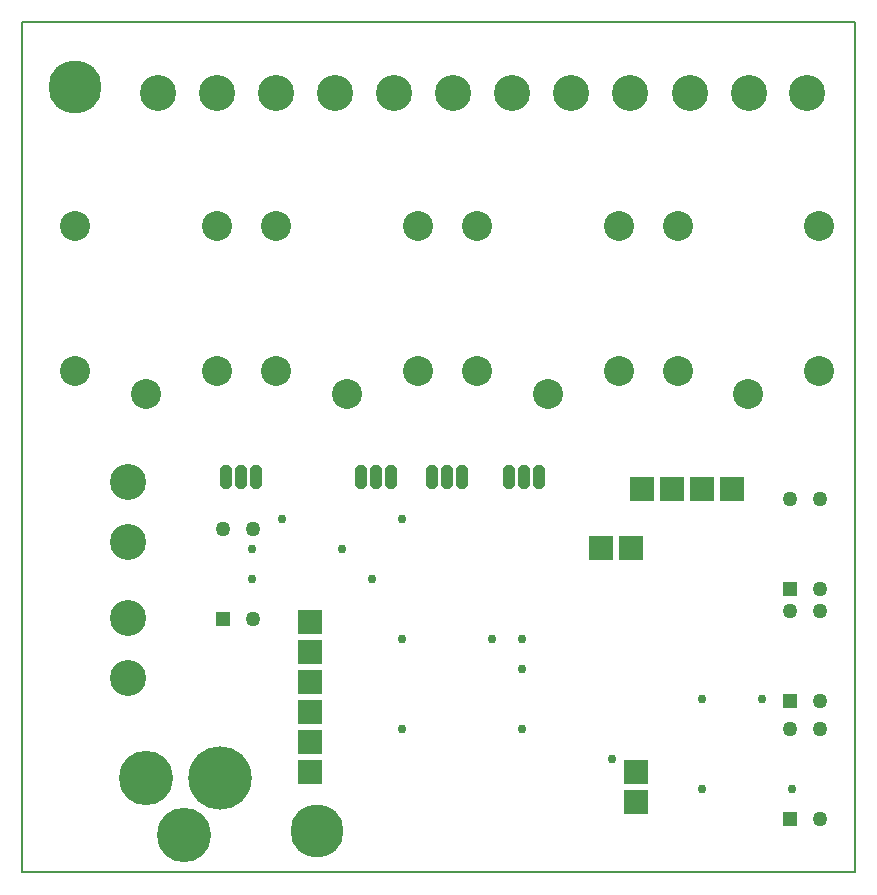
<source format=gbr>
G04 PROTEUS GERBER X2 FILE*
%TF.GenerationSoftware,Labcenter,Proteus,8.13-SP0-Build31525*%
%TF.CreationDate,2022-07-11T20:54:32+00:00*%
%TF.FileFunction,Copper,L0,Inr*%
%TF.FilePolarity,Positive*%
%TF.Part,Single*%
%TF.SameCoordinates,{67e9d6b1-9973-4f3b-b57f-a68231676cbc}*%
%FSLAX45Y45*%
%MOMM*%
G01*
%TA.AperFunction,ViaPad*%
%ADD11C,0.762000*%
%TA.AperFunction,ComponentPad*%
%ADD12C,3.048000*%
%TA.AperFunction,ComponentPad*%
%ADD17R,1.270000X1.270000*%
%ADD18C,1.270000*%
%TA.AperFunction,ComponentPad*%
%ADD19C,2.540000*%
%TA.AperFunction,ComponentPad*%
%ADD70R,2.032000X2.032000*%
%TA.AperFunction,ComponentPad*%
%ADD71C,4.600000*%
%ADD20C,5.360000*%
%AMPPAD013*
4,1,34,
0.000010,1.040000,
0.106330,1.029650,
0.204650,0.999880,
0.293070,0.952590,
0.369690,0.889690,
0.432590,0.813070,
0.479880,0.724650,
0.509650,0.626330,
0.520000,0.520010,
0.520000,-0.520010,
0.509650,-0.626330,
0.479880,-0.724650,
0.432590,-0.813070,
0.369690,-0.889690,
0.293070,-0.952590,
0.204650,-0.999880,
0.106330,-1.029650,
-0.000010,-1.040000,
-0.106330,-1.029650,
-0.204650,-0.999880,
-0.293070,-0.952590,
-0.369690,-0.889690,
-0.432590,-0.813070,
-0.479880,-0.724650,
-0.509650,-0.626330,
-0.520000,-0.520010,
-0.520000,0.520010,
-0.509650,0.626330,
-0.479880,0.724650,
-0.432590,0.813070,
-0.369690,0.889690,
-0.293070,0.952590,
-0.204650,0.999880,
-0.106330,1.029650,
0.000010,1.040000,
0*%
%ADD21PPAD013*%
%TA.AperFunction,OtherPad,Unknown*%
%ADD23C,4.500000*%
%TA.AperFunction,Profile*%
%ADD24C,0.203200*%
%TD.AperFunction*%
D11*
X+2202000Y+2996000D03*
X+3218000Y+1218000D03*
X+3218000Y+1980000D03*
X+1948000Y+2742000D03*
X+1948000Y+2488000D03*
X+4234000Y+1218000D03*
X+2710000Y+2742000D03*
X+5758000Y+710000D03*
X+3218000Y+2996000D03*
X+5758000Y+1472000D03*
X+4996000Y+964000D03*
X+6266000Y+1472000D03*
X+6520000Y+710000D03*
X+4234000Y+1726000D03*
X+4234000Y+1980000D03*
X+3980000Y+1980000D03*
X+2964000Y+2488000D03*
D12*
X+1150000Y+6600000D03*
X+1650380Y+6600000D03*
X+2150760Y+6600000D03*
X+2651140Y+6600000D03*
X+3148980Y+6600000D03*
X+3649360Y+6600000D03*
X+4149740Y+6600000D03*
X+4650120Y+6600000D03*
X+5150500Y+6600000D03*
X+5650880Y+6600000D03*
X+6151260Y+6600000D03*
X+6649100Y+6600000D03*
D17*
X+1700000Y+2150000D03*
D18*
X+1954000Y+2150000D03*
X+1954000Y+2912000D03*
X+1700000Y+2912000D03*
D17*
X+6500000Y+2400000D03*
D18*
X+6754000Y+2400000D03*
X+6754000Y+3162000D03*
X+6500000Y+3162000D03*
D17*
X+6500000Y+1450000D03*
D18*
X+6754000Y+1450000D03*
X+6754000Y+2212000D03*
X+6500000Y+2212000D03*
D17*
X+6500000Y+450000D03*
D18*
X+6754000Y+450000D03*
X+6754000Y+1212000D03*
X+6500000Y+1212000D03*
D12*
X+900000Y+2800000D03*
X+900000Y+3308000D03*
X+900000Y+1650000D03*
X+900000Y+2158000D03*
D19*
X+2150000Y+4250000D03*
X+3350000Y+4250000D03*
X+2750000Y+4050000D03*
X+2150000Y+5470000D03*
X+3350000Y+5470000D03*
X+450000Y+4250000D03*
X+1650000Y+4250000D03*
X+1050000Y+4050000D03*
X+450000Y+5470000D03*
X+1650000Y+5470000D03*
X+3850000Y+4250000D03*
X+5050000Y+4250000D03*
X+4450000Y+4050000D03*
X+3850000Y+5470000D03*
X+5050000Y+5470000D03*
X+5550000Y+4250000D03*
X+6750000Y+4250000D03*
X+6150000Y+4050000D03*
X+5550000Y+5470000D03*
X+6750000Y+5470000D03*
D70*
X+5250000Y+3250000D03*
X+5504000Y+3250000D03*
X+5758000Y+3250000D03*
X+6012000Y+3250000D03*
D71*
X+1375000Y+320000D03*
X+1050000Y+800000D03*
D20*
X+1675000Y+800000D03*
D70*
X+4900000Y+2750000D03*
X+5154000Y+2750000D03*
D21*
X+1723000Y+3350000D03*
X+1850000Y+3350000D03*
X+1977000Y+3350000D03*
X+4123000Y+3350000D03*
X+4250000Y+3350000D03*
X+4377000Y+3350000D03*
X+3473000Y+3350000D03*
X+3600000Y+3350000D03*
X+3727000Y+3350000D03*
X+2873000Y+3350000D03*
X+3000000Y+3350000D03*
X+3127000Y+3350000D03*
D23*
X+2500000Y+350000D03*
X+450000Y+6650000D03*
D70*
X+2439699Y+850000D03*
X+2439699Y+1104000D03*
X+2439699Y+1358000D03*
X+2439699Y+1612000D03*
X+2439699Y+1866000D03*
X+2439699Y+2120000D03*
X+5200000Y+600000D03*
X+5200000Y+854000D03*
D24*
X+0Y+0D02*
X+7050000Y+0D01*
X+7050000Y+7200000D01*
X+0Y+7200000D01*
X+0Y+0D01*
M02*

</source>
